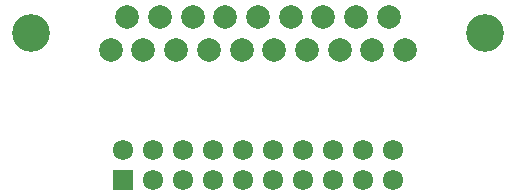
<source format=gbr>
G04 DipTrace 3.3.1.3*
G04 TopMask.gbr*
%MOIN*%
G04 #@! TF.FileFunction,Soldermask,Top*
G04 #@! TF.Part,Single*
%ADD24C,0.125984*%
%ADD29C,0.067874*%
%ADD31R,0.067874X0.067874*%
%ADD33C,0.07874*%
%FSLAX26Y26*%
G04*
G70*
G90*
G75*
G01*
G04 TopMask*
%LPD*%
D33*
X1784467Y976766D3*
X1729940Y1088577D3*
X1675412Y976766D3*
X1620885Y1088577D3*
X1566357Y976766D3*
X1511830Y1088577D3*
X1457302Y976766D3*
X1402774Y1088577D3*
X1348247Y976766D3*
X1293719Y1088577D3*
X1239192Y976766D3*
X1184664Y1088577D3*
X1130137Y976766D3*
X1075609Y1088577D3*
X1021082Y976766D3*
X966554Y1088577D3*
X912026Y976766D3*
X857499Y1088577D3*
X802971Y976766D3*
D24*
X2049625Y1032672D3*
X537814D3*
D31*
X843719Y543701D3*
D29*
X943719D3*
X1043719D3*
X1143719D3*
X1243719D3*
X1343719D3*
X1443719D3*
X1543719D3*
X1643719D3*
X1743719D3*
Y643701D3*
X1643719D3*
X1543719D3*
X1443719D3*
X1343719D3*
X1243719D3*
X1143719D3*
X1043719D3*
X943719D3*
X843719D3*
M02*

</source>
